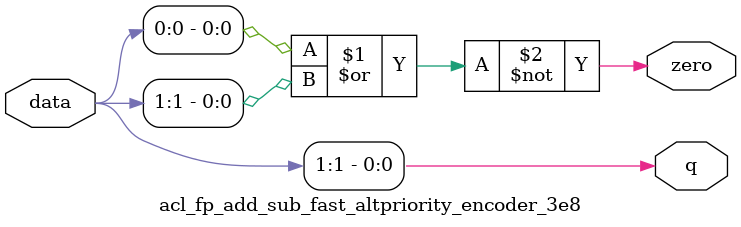
<source format=v>
module  acl_fp_add_sub_fast_altpriority_encoder_3e8
	( 
	data,
	q,
	zero) ;
	input   [1:0]  data;
	output   [0:0]  q;
	output   zero;
	assign
		q = {data[1]},
		zero = (~ (data[0] | data[1]));
endmodule
</source>
